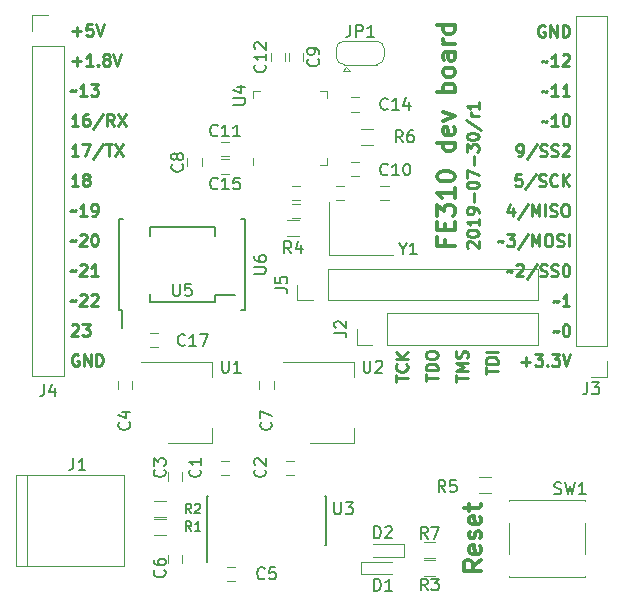
<source format=gbr>
G04 #@! TF.GenerationSoftware,KiCad,Pcbnew,5.1.2-f72e74a~84~ubuntu18.04.1*
G04 #@! TF.CreationDate,2019-07-30T17:12:06-04:00*
G04 #@! TF.ProjectId,fe310-dev,66653331-302d-4646-9576-2e6b69636164,rev?*
G04 #@! TF.SameCoordinates,Original*
G04 #@! TF.FileFunction,Legend,Top*
G04 #@! TF.FilePolarity,Positive*
%FSLAX46Y46*%
G04 Gerber Fmt 4.6, Leading zero omitted, Abs format (unit mm)*
G04 Created by KiCad (PCBNEW 5.1.2-f72e74a~84~ubuntu18.04.1) date 2019-07-30 17:12:06*
%MOMM*%
%LPD*%
G04 APERTURE LIST*
%ADD10C,0.250000*%
%ADD11C,0.300000*%
%ADD12C,0.150000*%
%ADD13C,0.120000*%
G04 APERTURE END LIST*
D10*
X57547619Y-35397023D02*
X57500000Y-35349404D01*
X57452380Y-35254166D01*
X57452380Y-35016071D01*
X57500000Y-34920833D01*
X57547619Y-34873214D01*
X57642857Y-34825595D01*
X57738095Y-34825595D01*
X57880952Y-34873214D01*
X58452380Y-35444642D01*
X58452380Y-34825595D01*
X57452380Y-34206547D02*
X57452380Y-34111309D01*
X57500000Y-34016071D01*
X57547619Y-33968452D01*
X57642857Y-33920833D01*
X57833333Y-33873214D01*
X58071428Y-33873214D01*
X58261904Y-33920833D01*
X58357142Y-33968452D01*
X58404761Y-34016071D01*
X58452380Y-34111309D01*
X58452380Y-34206547D01*
X58404761Y-34301785D01*
X58357142Y-34349404D01*
X58261904Y-34397023D01*
X58071428Y-34444642D01*
X57833333Y-34444642D01*
X57642857Y-34397023D01*
X57547619Y-34349404D01*
X57500000Y-34301785D01*
X57452380Y-34206547D01*
X58452380Y-32920833D02*
X58452380Y-33492261D01*
X58452380Y-33206547D02*
X57452380Y-33206547D01*
X57595238Y-33301785D01*
X57690476Y-33397023D01*
X57738095Y-33492261D01*
X58452380Y-32444642D02*
X58452380Y-32254166D01*
X58404761Y-32158928D01*
X58357142Y-32111309D01*
X58214285Y-32016071D01*
X58023809Y-31968452D01*
X57642857Y-31968452D01*
X57547619Y-32016071D01*
X57500000Y-32063690D01*
X57452380Y-32158928D01*
X57452380Y-32349404D01*
X57500000Y-32444642D01*
X57547619Y-32492261D01*
X57642857Y-32539880D01*
X57880952Y-32539880D01*
X57976190Y-32492261D01*
X58023809Y-32444642D01*
X58071428Y-32349404D01*
X58071428Y-32158928D01*
X58023809Y-32063690D01*
X57976190Y-32016071D01*
X57880952Y-31968452D01*
X58071428Y-31539880D02*
X58071428Y-30777976D01*
X57452380Y-30111309D02*
X57452380Y-30016071D01*
X57500000Y-29920833D01*
X57547619Y-29873214D01*
X57642857Y-29825595D01*
X57833333Y-29777976D01*
X58071428Y-29777976D01*
X58261904Y-29825595D01*
X58357142Y-29873214D01*
X58404761Y-29920833D01*
X58452380Y-30016071D01*
X58452380Y-30111309D01*
X58404761Y-30206547D01*
X58357142Y-30254166D01*
X58261904Y-30301785D01*
X58071428Y-30349404D01*
X57833333Y-30349404D01*
X57642857Y-30301785D01*
X57547619Y-30254166D01*
X57500000Y-30206547D01*
X57452380Y-30111309D01*
X57452380Y-29444642D02*
X57452380Y-28777976D01*
X58452380Y-29206547D01*
X58071428Y-28397023D02*
X58071428Y-27635119D01*
X57452380Y-27254166D02*
X57452380Y-26635119D01*
X57833333Y-26968452D01*
X57833333Y-26825595D01*
X57880952Y-26730357D01*
X57928571Y-26682738D01*
X58023809Y-26635119D01*
X58261904Y-26635119D01*
X58357142Y-26682738D01*
X58404761Y-26730357D01*
X58452380Y-26825595D01*
X58452380Y-27111309D01*
X58404761Y-27206547D01*
X58357142Y-27254166D01*
X57452380Y-26016071D02*
X57452380Y-25920833D01*
X57500000Y-25825595D01*
X57547619Y-25777976D01*
X57642857Y-25730357D01*
X57833333Y-25682738D01*
X58071428Y-25682738D01*
X58261904Y-25730357D01*
X58357142Y-25777976D01*
X58404761Y-25825595D01*
X58452380Y-25920833D01*
X58452380Y-26016071D01*
X58404761Y-26111309D01*
X58357142Y-26158928D01*
X58261904Y-26206547D01*
X58071428Y-26254166D01*
X57833333Y-26254166D01*
X57642857Y-26206547D01*
X57547619Y-26158928D01*
X57500000Y-26111309D01*
X57452380Y-26016071D01*
X57404761Y-24539880D02*
X58690476Y-25397023D01*
X58452380Y-24206547D02*
X57785714Y-24206547D01*
X57976190Y-24206547D02*
X57880952Y-24158928D01*
X57833333Y-24111309D01*
X57785714Y-24016071D01*
X57785714Y-23920833D01*
X58452380Y-23063690D02*
X58452380Y-23635119D01*
X58452380Y-23349404D02*
X57452380Y-23349404D01*
X57595238Y-23444642D01*
X57690476Y-23539880D01*
X57738095Y-23635119D01*
D11*
X55642857Y-34697857D02*
X55642857Y-35197857D01*
X56428571Y-35197857D02*
X54928571Y-35197857D01*
X54928571Y-34483571D01*
X55642857Y-33912142D02*
X55642857Y-33412142D01*
X56428571Y-33197857D02*
X56428571Y-33912142D01*
X54928571Y-33912142D01*
X54928571Y-33197857D01*
X54928571Y-32697857D02*
X54928571Y-31769285D01*
X55500000Y-32269285D01*
X55500000Y-32055000D01*
X55571428Y-31912142D01*
X55642857Y-31840714D01*
X55785714Y-31769285D01*
X56142857Y-31769285D01*
X56285714Y-31840714D01*
X56357142Y-31912142D01*
X56428571Y-32055000D01*
X56428571Y-32483571D01*
X56357142Y-32626428D01*
X56285714Y-32697857D01*
X56428571Y-30340714D02*
X56428571Y-31197857D01*
X56428571Y-30769285D02*
X54928571Y-30769285D01*
X55142857Y-30912142D01*
X55285714Y-31055000D01*
X55357142Y-31197857D01*
X54928571Y-29412142D02*
X54928571Y-29269285D01*
X55000000Y-29126428D01*
X55071428Y-29055000D01*
X55214285Y-28983571D01*
X55500000Y-28912142D01*
X55857142Y-28912142D01*
X56142857Y-28983571D01*
X56285714Y-29055000D01*
X56357142Y-29126428D01*
X56428571Y-29269285D01*
X56428571Y-29412142D01*
X56357142Y-29555000D01*
X56285714Y-29626428D01*
X56142857Y-29697857D01*
X55857142Y-29769285D01*
X55500000Y-29769285D01*
X55214285Y-29697857D01*
X55071428Y-29626428D01*
X55000000Y-29555000D01*
X54928571Y-29412142D01*
X56428571Y-26483571D02*
X54928571Y-26483571D01*
X56357142Y-26483571D02*
X56428571Y-26626428D01*
X56428571Y-26912142D01*
X56357142Y-27055000D01*
X56285714Y-27126428D01*
X56142857Y-27197857D01*
X55714285Y-27197857D01*
X55571428Y-27126428D01*
X55500000Y-27055000D01*
X55428571Y-26912142D01*
X55428571Y-26626428D01*
X55500000Y-26483571D01*
X56357142Y-25197857D02*
X56428571Y-25340714D01*
X56428571Y-25626428D01*
X56357142Y-25769285D01*
X56214285Y-25840714D01*
X55642857Y-25840714D01*
X55500000Y-25769285D01*
X55428571Y-25626428D01*
X55428571Y-25340714D01*
X55500000Y-25197857D01*
X55642857Y-25126428D01*
X55785714Y-25126428D01*
X55928571Y-25840714D01*
X55428571Y-24626428D02*
X56428571Y-24269285D01*
X55428571Y-23912142D01*
X56428571Y-22197857D02*
X54928571Y-22197857D01*
X55500000Y-22197857D02*
X55428571Y-22055000D01*
X55428571Y-21769285D01*
X55500000Y-21626428D01*
X55571428Y-21555000D01*
X55714285Y-21483571D01*
X56142857Y-21483571D01*
X56285714Y-21555000D01*
X56357142Y-21626428D01*
X56428571Y-21769285D01*
X56428571Y-22055000D01*
X56357142Y-22197857D01*
X56428571Y-20626428D02*
X56357142Y-20769285D01*
X56285714Y-20840714D01*
X56142857Y-20912142D01*
X55714285Y-20912142D01*
X55571428Y-20840714D01*
X55500000Y-20769285D01*
X55428571Y-20626428D01*
X55428571Y-20412142D01*
X55500000Y-20269285D01*
X55571428Y-20197857D01*
X55714285Y-20126428D01*
X56142857Y-20126428D01*
X56285714Y-20197857D01*
X56357142Y-20269285D01*
X56428571Y-20412142D01*
X56428571Y-20626428D01*
X56428571Y-18840714D02*
X55642857Y-18840714D01*
X55500000Y-18912142D01*
X55428571Y-19055000D01*
X55428571Y-19340714D01*
X55500000Y-19483571D01*
X56357142Y-18840714D02*
X56428571Y-18983571D01*
X56428571Y-19340714D01*
X56357142Y-19483571D01*
X56214285Y-19555000D01*
X56071428Y-19555000D01*
X55928571Y-19483571D01*
X55857142Y-19340714D01*
X55857142Y-18983571D01*
X55785714Y-18840714D01*
X56428571Y-18126428D02*
X55428571Y-18126428D01*
X55714285Y-18126428D02*
X55571428Y-18055000D01*
X55500000Y-17983571D01*
X55428571Y-17840714D01*
X55428571Y-17697857D01*
X56428571Y-16555000D02*
X54928571Y-16555000D01*
X56357142Y-16555000D02*
X56428571Y-16697857D01*
X56428571Y-16983571D01*
X56357142Y-17126428D01*
X56285714Y-17197857D01*
X56142857Y-17269285D01*
X55714285Y-17269285D01*
X55571428Y-17197857D01*
X55500000Y-17126428D01*
X55428571Y-16983571D01*
X55428571Y-16697857D01*
X55500000Y-16555000D01*
D10*
X59062380Y-46095357D02*
X59062380Y-45523928D01*
X60062380Y-45809642D02*
X59062380Y-45809642D01*
X60062380Y-45190595D02*
X59062380Y-45190595D01*
X59062380Y-44952500D01*
X59110000Y-44809642D01*
X59205238Y-44714404D01*
X59300476Y-44666785D01*
X59490952Y-44619166D01*
X59633809Y-44619166D01*
X59824285Y-44666785D01*
X59919523Y-44714404D01*
X60014761Y-44809642D01*
X60062380Y-44952500D01*
X60062380Y-45190595D01*
X60062380Y-44190595D02*
X59062380Y-44190595D01*
X56522380Y-46714404D02*
X56522380Y-46142976D01*
X57522380Y-46428690D02*
X56522380Y-46428690D01*
X57522380Y-45809642D02*
X56522380Y-45809642D01*
X57236666Y-45476309D01*
X56522380Y-45142976D01*
X57522380Y-45142976D01*
X57474761Y-44714404D02*
X57522380Y-44571547D01*
X57522380Y-44333452D01*
X57474761Y-44238214D01*
X57427142Y-44190595D01*
X57331904Y-44142976D01*
X57236666Y-44142976D01*
X57141428Y-44190595D01*
X57093809Y-44238214D01*
X57046190Y-44333452D01*
X56998571Y-44523928D01*
X56950952Y-44619166D01*
X56903333Y-44666785D01*
X56808095Y-44714404D01*
X56712857Y-44714404D01*
X56617619Y-44666785D01*
X56570000Y-44619166D01*
X56522380Y-44523928D01*
X56522380Y-44285833D01*
X56570000Y-44142976D01*
X53982380Y-46666785D02*
X53982380Y-46095357D01*
X54982380Y-46381071D02*
X53982380Y-46381071D01*
X54982380Y-45762023D02*
X53982380Y-45762023D01*
X53982380Y-45523928D01*
X54030000Y-45381071D01*
X54125238Y-45285833D01*
X54220476Y-45238214D01*
X54410952Y-45190595D01*
X54553809Y-45190595D01*
X54744285Y-45238214D01*
X54839523Y-45285833D01*
X54934761Y-45381071D01*
X54982380Y-45523928D01*
X54982380Y-45762023D01*
X53982380Y-44571547D02*
X53982380Y-44381071D01*
X54030000Y-44285833D01*
X54125238Y-44190595D01*
X54315714Y-44142976D01*
X54649047Y-44142976D01*
X54839523Y-44190595D01*
X54934761Y-44285833D01*
X54982380Y-44381071D01*
X54982380Y-44571547D01*
X54934761Y-44666785D01*
X54839523Y-44762023D01*
X54649047Y-44809642D01*
X54315714Y-44809642D01*
X54125238Y-44762023D01*
X54030000Y-44666785D01*
X53982380Y-44571547D01*
X51442380Y-46729166D02*
X51442380Y-46157738D01*
X52442380Y-46443452D02*
X51442380Y-46443452D01*
X52347142Y-45252976D02*
X52394761Y-45300595D01*
X52442380Y-45443452D01*
X52442380Y-45538690D01*
X52394761Y-45681547D01*
X52299523Y-45776785D01*
X52204285Y-45824404D01*
X52013809Y-45872023D01*
X51870952Y-45872023D01*
X51680476Y-45824404D01*
X51585238Y-45776785D01*
X51490000Y-45681547D01*
X51442380Y-45538690D01*
X51442380Y-45443452D01*
X51490000Y-45300595D01*
X51537619Y-45252976D01*
X52442380Y-44824404D02*
X51442380Y-44824404D01*
X52442380Y-44252976D02*
X51870952Y-44681547D01*
X51442380Y-44252976D02*
X52013809Y-44824404D01*
X62085404Y-45029428D02*
X62847309Y-45029428D01*
X62466357Y-45410380D02*
X62466357Y-44648476D01*
X63228261Y-44410380D02*
X63847309Y-44410380D01*
X63513976Y-44791333D01*
X63656833Y-44791333D01*
X63752071Y-44838952D01*
X63799690Y-44886571D01*
X63847309Y-44981809D01*
X63847309Y-45219904D01*
X63799690Y-45315142D01*
X63752071Y-45362761D01*
X63656833Y-45410380D01*
X63371119Y-45410380D01*
X63275880Y-45362761D01*
X63228261Y-45315142D01*
X64275880Y-45315142D02*
X64323500Y-45362761D01*
X64275880Y-45410380D01*
X64228261Y-45362761D01*
X64275880Y-45315142D01*
X64275880Y-45410380D01*
X64656833Y-44410380D02*
X65275880Y-44410380D01*
X64942547Y-44791333D01*
X65085404Y-44791333D01*
X65180642Y-44838952D01*
X65228261Y-44886571D01*
X65275880Y-44981809D01*
X65275880Y-45219904D01*
X65228261Y-45315142D01*
X65180642Y-45362761D01*
X65085404Y-45410380D01*
X64799690Y-45410380D01*
X64704452Y-45362761D01*
X64656833Y-45315142D01*
X65561595Y-44410380D02*
X65894928Y-45410380D01*
X66228261Y-44410380D01*
X24564404Y-27612380D02*
X23992976Y-27612380D01*
X24278690Y-27612380D02*
X24278690Y-26612380D01*
X24183452Y-26755238D01*
X24088214Y-26850476D01*
X23992976Y-26898095D01*
X24897738Y-26612380D02*
X25564404Y-26612380D01*
X25135833Y-27612380D01*
X26659642Y-26564761D02*
X25802500Y-27850476D01*
X26850119Y-26612380D02*
X27421547Y-26612380D01*
X27135833Y-27612380D02*
X27135833Y-26612380D01*
X27659642Y-26612380D02*
X28326309Y-27612380D01*
X28326309Y-26612380D02*
X27659642Y-27612380D01*
X24564404Y-25072380D02*
X23992976Y-25072380D01*
X24278690Y-25072380D02*
X24278690Y-24072380D01*
X24183452Y-24215238D01*
X24088214Y-24310476D01*
X23992976Y-24358095D01*
X25421547Y-24072380D02*
X25231071Y-24072380D01*
X25135833Y-24120000D01*
X25088214Y-24167619D01*
X24992976Y-24310476D01*
X24945357Y-24500952D01*
X24945357Y-24881904D01*
X24992976Y-24977142D01*
X25040595Y-25024761D01*
X25135833Y-25072380D01*
X25326309Y-25072380D01*
X25421547Y-25024761D01*
X25469166Y-24977142D01*
X25516785Y-24881904D01*
X25516785Y-24643809D01*
X25469166Y-24548571D01*
X25421547Y-24500952D01*
X25326309Y-24453333D01*
X25135833Y-24453333D01*
X25040595Y-24500952D01*
X24992976Y-24548571D01*
X24945357Y-24643809D01*
X26659642Y-24024761D02*
X25802500Y-25310476D01*
X27564404Y-25072380D02*
X27231071Y-24596190D01*
X26992976Y-25072380D02*
X26992976Y-24072380D01*
X27373928Y-24072380D01*
X27469166Y-24120000D01*
X27516785Y-24167619D01*
X27564404Y-24262857D01*
X27564404Y-24405714D01*
X27516785Y-24500952D01*
X27469166Y-24548571D01*
X27373928Y-24596190D01*
X26992976Y-24596190D01*
X27897738Y-24072380D02*
X28564404Y-25072380D01*
X28564404Y-24072380D02*
X27897738Y-25072380D01*
X24564404Y-44440000D02*
X24469166Y-44392380D01*
X24326309Y-44392380D01*
X24183452Y-44440000D01*
X24088214Y-44535238D01*
X24040595Y-44630476D01*
X23992976Y-44820952D01*
X23992976Y-44963809D01*
X24040595Y-45154285D01*
X24088214Y-45249523D01*
X24183452Y-45344761D01*
X24326309Y-45392380D01*
X24421547Y-45392380D01*
X24564404Y-45344761D01*
X24612023Y-45297142D01*
X24612023Y-44963809D01*
X24421547Y-44963809D01*
X25040595Y-45392380D02*
X25040595Y-44392380D01*
X25612023Y-45392380D01*
X25612023Y-44392380D01*
X26088214Y-45392380D02*
X26088214Y-44392380D01*
X26326309Y-44392380D01*
X26469166Y-44440000D01*
X26564404Y-44535238D01*
X26612023Y-44630476D01*
X26659642Y-44820952D01*
X26659642Y-44963809D01*
X26612023Y-45154285D01*
X26564404Y-45249523D01*
X26469166Y-45344761D01*
X26326309Y-45392380D01*
X26088214Y-45392380D01*
X23992976Y-41947619D02*
X24040595Y-41900000D01*
X24135833Y-41852380D01*
X24373928Y-41852380D01*
X24469166Y-41900000D01*
X24516785Y-41947619D01*
X24564404Y-42042857D01*
X24564404Y-42138095D01*
X24516785Y-42280952D01*
X23945357Y-42852380D01*
X24564404Y-42852380D01*
X24897738Y-41852380D02*
X25516785Y-41852380D01*
X25183452Y-42233333D01*
X25326309Y-42233333D01*
X25421547Y-42280952D01*
X25469166Y-42328571D01*
X25516785Y-42423809D01*
X25516785Y-42661904D01*
X25469166Y-42757142D01*
X25421547Y-42804761D01*
X25326309Y-42852380D01*
X25040595Y-42852380D01*
X24945357Y-42804761D01*
X24897738Y-42757142D01*
X23897738Y-39931428D02*
X23945357Y-39883809D01*
X24040595Y-39836190D01*
X24231071Y-39931428D01*
X24326309Y-39883809D01*
X24373928Y-39836190D01*
X24707261Y-39407619D02*
X24754880Y-39360000D01*
X24850119Y-39312380D01*
X25088214Y-39312380D01*
X25183452Y-39360000D01*
X25231071Y-39407619D01*
X25278690Y-39502857D01*
X25278690Y-39598095D01*
X25231071Y-39740952D01*
X24659642Y-40312380D01*
X25278690Y-40312380D01*
X25659642Y-39407619D02*
X25707261Y-39360000D01*
X25802500Y-39312380D01*
X26040595Y-39312380D01*
X26135833Y-39360000D01*
X26183452Y-39407619D01*
X26231071Y-39502857D01*
X26231071Y-39598095D01*
X26183452Y-39740952D01*
X25612023Y-40312380D01*
X26231071Y-40312380D01*
X23897738Y-37391428D02*
X23945357Y-37343809D01*
X24040595Y-37296190D01*
X24231071Y-37391428D01*
X24326309Y-37343809D01*
X24373928Y-37296190D01*
X24707261Y-36867619D02*
X24754880Y-36820000D01*
X24850119Y-36772380D01*
X25088214Y-36772380D01*
X25183452Y-36820000D01*
X25231071Y-36867619D01*
X25278690Y-36962857D01*
X25278690Y-37058095D01*
X25231071Y-37200952D01*
X24659642Y-37772380D01*
X25278690Y-37772380D01*
X26231071Y-37772380D02*
X25659642Y-37772380D01*
X25945357Y-37772380D02*
X25945357Y-36772380D01*
X25850119Y-36915238D01*
X25754880Y-37010476D01*
X25659642Y-37058095D01*
X23897738Y-34851428D02*
X23945357Y-34803809D01*
X24040595Y-34756190D01*
X24231071Y-34851428D01*
X24326309Y-34803809D01*
X24373928Y-34756190D01*
X24707261Y-34327619D02*
X24754880Y-34280000D01*
X24850119Y-34232380D01*
X25088214Y-34232380D01*
X25183452Y-34280000D01*
X25231071Y-34327619D01*
X25278690Y-34422857D01*
X25278690Y-34518095D01*
X25231071Y-34660952D01*
X24659642Y-35232380D01*
X25278690Y-35232380D01*
X25897738Y-34232380D02*
X25992976Y-34232380D01*
X26088214Y-34280000D01*
X26135833Y-34327619D01*
X26183452Y-34422857D01*
X26231071Y-34613333D01*
X26231071Y-34851428D01*
X26183452Y-35041904D01*
X26135833Y-35137142D01*
X26088214Y-35184761D01*
X25992976Y-35232380D01*
X25897738Y-35232380D01*
X25802500Y-35184761D01*
X25754880Y-35137142D01*
X25707261Y-35041904D01*
X25659642Y-34851428D01*
X25659642Y-34613333D01*
X25707261Y-34422857D01*
X25754880Y-34327619D01*
X25802500Y-34280000D01*
X25897738Y-34232380D01*
X23897738Y-32311428D02*
X23945357Y-32263809D01*
X24040595Y-32216190D01*
X24231071Y-32311428D01*
X24326309Y-32263809D01*
X24373928Y-32216190D01*
X25278690Y-32692380D02*
X24707261Y-32692380D01*
X24992976Y-32692380D02*
X24992976Y-31692380D01*
X24897738Y-31835238D01*
X24802500Y-31930476D01*
X24707261Y-31978095D01*
X25754880Y-32692380D02*
X25945357Y-32692380D01*
X26040595Y-32644761D01*
X26088214Y-32597142D01*
X26183452Y-32454285D01*
X26231071Y-32263809D01*
X26231071Y-31882857D01*
X26183452Y-31787619D01*
X26135833Y-31740000D01*
X26040595Y-31692380D01*
X25850119Y-31692380D01*
X25754880Y-31740000D01*
X25707261Y-31787619D01*
X25659642Y-31882857D01*
X25659642Y-32120952D01*
X25707261Y-32216190D01*
X25754880Y-32263809D01*
X25850119Y-32311428D01*
X26040595Y-32311428D01*
X26135833Y-32263809D01*
X26183452Y-32216190D01*
X26231071Y-32120952D01*
X24564404Y-30152380D02*
X23992976Y-30152380D01*
X24278690Y-30152380D02*
X24278690Y-29152380D01*
X24183452Y-29295238D01*
X24088214Y-29390476D01*
X23992976Y-29438095D01*
X25135833Y-29580952D02*
X25040595Y-29533333D01*
X24992976Y-29485714D01*
X24945357Y-29390476D01*
X24945357Y-29342857D01*
X24992976Y-29247619D01*
X25040595Y-29200000D01*
X25135833Y-29152380D01*
X25326309Y-29152380D01*
X25421547Y-29200000D01*
X25469166Y-29247619D01*
X25516785Y-29342857D01*
X25516785Y-29390476D01*
X25469166Y-29485714D01*
X25421547Y-29533333D01*
X25326309Y-29580952D01*
X25135833Y-29580952D01*
X25040595Y-29628571D01*
X24992976Y-29676190D01*
X24945357Y-29771428D01*
X24945357Y-29961904D01*
X24992976Y-30057142D01*
X25040595Y-30104761D01*
X25135833Y-30152380D01*
X25326309Y-30152380D01*
X25421547Y-30104761D01*
X25469166Y-30057142D01*
X25516785Y-29961904D01*
X25516785Y-29771428D01*
X25469166Y-29676190D01*
X25421547Y-29628571D01*
X25326309Y-29580952D01*
X23897738Y-22151428D02*
X23945357Y-22103809D01*
X24040595Y-22056190D01*
X24231071Y-22151428D01*
X24326309Y-22103809D01*
X24373928Y-22056190D01*
X25278690Y-22532380D02*
X24707261Y-22532380D01*
X24992976Y-22532380D02*
X24992976Y-21532380D01*
X24897738Y-21675238D01*
X24802500Y-21770476D01*
X24707261Y-21818095D01*
X25612023Y-21532380D02*
X26231071Y-21532380D01*
X25897738Y-21913333D01*
X26040595Y-21913333D01*
X26135833Y-21960952D01*
X26183452Y-22008571D01*
X26231071Y-22103809D01*
X26231071Y-22341904D01*
X26183452Y-22437142D01*
X26135833Y-22484761D01*
X26040595Y-22532380D01*
X25754880Y-22532380D01*
X25659642Y-22484761D01*
X25612023Y-22437142D01*
X24040595Y-19611428D02*
X24802500Y-19611428D01*
X24421547Y-19992380D02*
X24421547Y-19230476D01*
X25802500Y-19992380D02*
X25231071Y-19992380D01*
X25516785Y-19992380D02*
X25516785Y-18992380D01*
X25421547Y-19135238D01*
X25326309Y-19230476D01*
X25231071Y-19278095D01*
X26231071Y-19897142D02*
X26278690Y-19944761D01*
X26231071Y-19992380D01*
X26183452Y-19944761D01*
X26231071Y-19897142D01*
X26231071Y-19992380D01*
X26850119Y-19420952D02*
X26754880Y-19373333D01*
X26707261Y-19325714D01*
X26659642Y-19230476D01*
X26659642Y-19182857D01*
X26707261Y-19087619D01*
X26754880Y-19040000D01*
X26850119Y-18992380D01*
X27040595Y-18992380D01*
X27135833Y-19040000D01*
X27183452Y-19087619D01*
X27231071Y-19182857D01*
X27231071Y-19230476D01*
X27183452Y-19325714D01*
X27135833Y-19373333D01*
X27040595Y-19420952D01*
X26850119Y-19420952D01*
X26754880Y-19468571D01*
X26707261Y-19516190D01*
X26659642Y-19611428D01*
X26659642Y-19801904D01*
X26707261Y-19897142D01*
X26754880Y-19944761D01*
X26850119Y-19992380D01*
X27040595Y-19992380D01*
X27135833Y-19944761D01*
X27183452Y-19897142D01*
X27231071Y-19801904D01*
X27231071Y-19611428D01*
X27183452Y-19516190D01*
X27135833Y-19468571D01*
X27040595Y-19420952D01*
X27516785Y-18992380D02*
X27850119Y-19992380D01*
X28183452Y-18992380D01*
X24040595Y-17071428D02*
X24802500Y-17071428D01*
X24421547Y-17452380D02*
X24421547Y-16690476D01*
X25754880Y-16452380D02*
X25278690Y-16452380D01*
X25231071Y-16928571D01*
X25278690Y-16880952D01*
X25373928Y-16833333D01*
X25612023Y-16833333D01*
X25707261Y-16880952D01*
X25754880Y-16928571D01*
X25802500Y-17023809D01*
X25802500Y-17261904D01*
X25754880Y-17357142D01*
X25707261Y-17404761D01*
X25612023Y-17452380D01*
X25373928Y-17452380D01*
X25278690Y-17404761D01*
X25231071Y-17357142D01*
X26088214Y-16452380D02*
X26421547Y-17452380D01*
X26754880Y-16452380D01*
X64752071Y-42489428D02*
X64799690Y-42441809D01*
X64894928Y-42394190D01*
X65085404Y-42489428D01*
X65180642Y-42441809D01*
X65228261Y-42394190D01*
X65799690Y-41870380D02*
X65894928Y-41870380D01*
X65990166Y-41918000D01*
X66037785Y-41965619D01*
X66085404Y-42060857D01*
X66133023Y-42251333D01*
X66133023Y-42489428D01*
X66085404Y-42679904D01*
X66037785Y-42775142D01*
X65990166Y-42822761D01*
X65894928Y-42870380D01*
X65799690Y-42870380D01*
X65704452Y-42822761D01*
X65656833Y-42775142D01*
X65609214Y-42679904D01*
X65561595Y-42489428D01*
X65561595Y-42251333D01*
X65609214Y-42060857D01*
X65656833Y-41965619D01*
X65704452Y-41918000D01*
X65799690Y-41870380D01*
X64752071Y-39949428D02*
X64799690Y-39901809D01*
X64894928Y-39854190D01*
X65085404Y-39949428D01*
X65180642Y-39901809D01*
X65228261Y-39854190D01*
X66133023Y-40330380D02*
X65561595Y-40330380D01*
X65847309Y-40330380D02*
X65847309Y-39330380D01*
X65752071Y-39473238D01*
X65656833Y-39568476D01*
X65561595Y-39616095D01*
X60847309Y-37409428D02*
X60894928Y-37361809D01*
X60990166Y-37314190D01*
X61180642Y-37409428D01*
X61275880Y-37361809D01*
X61323500Y-37314190D01*
X61656833Y-36885619D02*
X61704452Y-36838000D01*
X61799690Y-36790380D01*
X62037785Y-36790380D01*
X62133023Y-36838000D01*
X62180642Y-36885619D01*
X62228261Y-36980857D01*
X62228261Y-37076095D01*
X62180642Y-37218952D01*
X61609214Y-37790380D01*
X62228261Y-37790380D01*
X63371119Y-36742761D02*
X62513976Y-38028476D01*
X63656833Y-37742761D02*
X63799690Y-37790380D01*
X64037785Y-37790380D01*
X64133023Y-37742761D01*
X64180642Y-37695142D01*
X64228261Y-37599904D01*
X64228261Y-37504666D01*
X64180642Y-37409428D01*
X64133023Y-37361809D01*
X64037785Y-37314190D01*
X63847309Y-37266571D01*
X63752071Y-37218952D01*
X63704452Y-37171333D01*
X63656833Y-37076095D01*
X63656833Y-36980857D01*
X63704452Y-36885619D01*
X63752071Y-36838000D01*
X63847309Y-36790380D01*
X64085404Y-36790380D01*
X64228261Y-36838000D01*
X64609214Y-37742761D02*
X64752071Y-37790380D01*
X64990166Y-37790380D01*
X65085404Y-37742761D01*
X65133023Y-37695142D01*
X65180642Y-37599904D01*
X65180642Y-37504666D01*
X65133023Y-37409428D01*
X65085404Y-37361809D01*
X64990166Y-37314190D01*
X64799690Y-37266571D01*
X64704452Y-37218952D01*
X64656833Y-37171333D01*
X64609214Y-37076095D01*
X64609214Y-36980857D01*
X64656833Y-36885619D01*
X64704452Y-36838000D01*
X64799690Y-36790380D01*
X65037785Y-36790380D01*
X65180642Y-36838000D01*
X65799690Y-36790380D02*
X65894928Y-36790380D01*
X65990166Y-36838000D01*
X66037785Y-36885619D01*
X66085404Y-36980857D01*
X66133023Y-37171333D01*
X66133023Y-37409428D01*
X66085404Y-37599904D01*
X66037785Y-37695142D01*
X65990166Y-37742761D01*
X65894928Y-37790380D01*
X65799690Y-37790380D01*
X65704452Y-37742761D01*
X65656833Y-37695142D01*
X65609214Y-37599904D01*
X65561595Y-37409428D01*
X65561595Y-37171333D01*
X65609214Y-36980857D01*
X65656833Y-36885619D01*
X65704452Y-36838000D01*
X65799690Y-36790380D01*
X60085404Y-34869428D02*
X60133023Y-34821809D01*
X60228261Y-34774190D01*
X60418738Y-34869428D01*
X60513976Y-34821809D01*
X60561595Y-34774190D01*
X60847309Y-34250380D02*
X61466357Y-34250380D01*
X61133023Y-34631333D01*
X61275880Y-34631333D01*
X61371119Y-34678952D01*
X61418738Y-34726571D01*
X61466357Y-34821809D01*
X61466357Y-35059904D01*
X61418738Y-35155142D01*
X61371119Y-35202761D01*
X61275880Y-35250380D01*
X60990166Y-35250380D01*
X60894928Y-35202761D01*
X60847309Y-35155142D01*
X62609214Y-34202761D02*
X61752071Y-35488476D01*
X62942547Y-35250380D02*
X62942547Y-34250380D01*
X63275880Y-34964666D01*
X63609214Y-34250380D01*
X63609214Y-35250380D01*
X64275880Y-34250380D02*
X64466357Y-34250380D01*
X64561595Y-34298000D01*
X64656833Y-34393238D01*
X64704452Y-34583714D01*
X64704452Y-34917047D01*
X64656833Y-35107523D01*
X64561595Y-35202761D01*
X64466357Y-35250380D01*
X64275880Y-35250380D01*
X64180642Y-35202761D01*
X64085404Y-35107523D01*
X64037785Y-34917047D01*
X64037785Y-34583714D01*
X64085404Y-34393238D01*
X64180642Y-34298000D01*
X64275880Y-34250380D01*
X65085404Y-35202761D02*
X65228261Y-35250380D01*
X65466357Y-35250380D01*
X65561595Y-35202761D01*
X65609214Y-35155142D01*
X65656833Y-35059904D01*
X65656833Y-34964666D01*
X65609214Y-34869428D01*
X65561595Y-34821809D01*
X65466357Y-34774190D01*
X65275880Y-34726571D01*
X65180642Y-34678952D01*
X65133023Y-34631333D01*
X65085404Y-34536095D01*
X65085404Y-34440857D01*
X65133023Y-34345619D01*
X65180642Y-34298000D01*
X65275880Y-34250380D01*
X65513976Y-34250380D01*
X65656833Y-34298000D01*
X66085404Y-35250380D02*
X66085404Y-34250380D01*
X61371119Y-32043714D02*
X61371119Y-32710380D01*
X61133023Y-31662761D02*
X60894928Y-32377047D01*
X61513976Y-32377047D01*
X62609214Y-31662761D02*
X61752071Y-32948476D01*
X62942547Y-32710380D02*
X62942547Y-31710380D01*
X63275880Y-32424666D01*
X63609214Y-31710380D01*
X63609214Y-32710380D01*
X64085404Y-32710380D02*
X64085404Y-31710380D01*
X64513976Y-32662761D02*
X64656833Y-32710380D01*
X64894928Y-32710380D01*
X64990166Y-32662761D01*
X65037785Y-32615142D01*
X65085404Y-32519904D01*
X65085404Y-32424666D01*
X65037785Y-32329428D01*
X64990166Y-32281809D01*
X64894928Y-32234190D01*
X64704452Y-32186571D01*
X64609214Y-32138952D01*
X64561595Y-32091333D01*
X64513976Y-31996095D01*
X64513976Y-31900857D01*
X64561595Y-31805619D01*
X64609214Y-31758000D01*
X64704452Y-31710380D01*
X64942547Y-31710380D01*
X65085404Y-31758000D01*
X65704452Y-31710380D02*
X65894928Y-31710380D01*
X65990166Y-31758000D01*
X66085404Y-31853238D01*
X66133023Y-32043714D01*
X66133023Y-32377047D01*
X66085404Y-32567523D01*
X65990166Y-32662761D01*
X65894928Y-32710380D01*
X65704452Y-32710380D01*
X65609214Y-32662761D01*
X65513976Y-32567523D01*
X65466357Y-32377047D01*
X65466357Y-32043714D01*
X65513976Y-31853238D01*
X65609214Y-31758000D01*
X65704452Y-31710380D01*
X62085404Y-29170380D02*
X61609214Y-29170380D01*
X61561595Y-29646571D01*
X61609214Y-29598952D01*
X61704452Y-29551333D01*
X61942547Y-29551333D01*
X62037785Y-29598952D01*
X62085404Y-29646571D01*
X62133023Y-29741809D01*
X62133023Y-29979904D01*
X62085404Y-30075142D01*
X62037785Y-30122761D01*
X61942547Y-30170380D01*
X61704452Y-30170380D01*
X61609214Y-30122761D01*
X61561595Y-30075142D01*
X63275880Y-29122761D02*
X62418738Y-30408476D01*
X63561595Y-30122761D02*
X63704452Y-30170380D01*
X63942547Y-30170380D01*
X64037785Y-30122761D01*
X64085404Y-30075142D01*
X64133023Y-29979904D01*
X64133023Y-29884666D01*
X64085404Y-29789428D01*
X64037785Y-29741809D01*
X63942547Y-29694190D01*
X63752071Y-29646571D01*
X63656833Y-29598952D01*
X63609214Y-29551333D01*
X63561595Y-29456095D01*
X63561595Y-29360857D01*
X63609214Y-29265619D01*
X63656833Y-29218000D01*
X63752071Y-29170380D01*
X63990166Y-29170380D01*
X64133023Y-29218000D01*
X65133023Y-30075142D02*
X65085404Y-30122761D01*
X64942547Y-30170380D01*
X64847309Y-30170380D01*
X64704452Y-30122761D01*
X64609214Y-30027523D01*
X64561595Y-29932285D01*
X64513976Y-29741809D01*
X64513976Y-29598952D01*
X64561595Y-29408476D01*
X64609214Y-29313238D01*
X64704452Y-29218000D01*
X64847309Y-29170380D01*
X64942547Y-29170380D01*
X65085404Y-29218000D01*
X65133023Y-29265619D01*
X65561595Y-30170380D02*
X65561595Y-29170380D01*
X66133023Y-30170380D02*
X65704452Y-29598952D01*
X66133023Y-29170380D02*
X65561595Y-29741809D01*
X61752071Y-27630380D02*
X61942547Y-27630380D01*
X62037785Y-27582761D01*
X62085404Y-27535142D01*
X62180642Y-27392285D01*
X62228261Y-27201809D01*
X62228261Y-26820857D01*
X62180642Y-26725619D01*
X62133023Y-26678000D01*
X62037785Y-26630380D01*
X61847309Y-26630380D01*
X61752071Y-26678000D01*
X61704452Y-26725619D01*
X61656833Y-26820857D01*
X61656833Y-27058952D01*
X61704452Y-27154190D01*
X61752071Y-27201809D01*
X61847309Y-27249428D01*
X62037785Y-27249428D01*
X62133023Y-27201809D01*
X62180642Y-27154190D01*
X62228261Y-27058952D01*
X63371119Y-26582761D02*
X62513976Y-27868476D01*
X63656833Y-27582761D02*
X63799690Y-27630380D01*
X64037785Y-27630380D01*
X64133023Y-27582761D01*
X64180642Y-27535142D01*
X64228261Y-27439904D01*
X64228261Y-27344666D01*
X64180642Y-27249428D01*
X64133023Y-27201809D01*
X64037785Y-27154190D01*
X63847309Y-27106571D01*
X63752071Y-27058952D01*
X63704452Y-27011333D01*
X63656833Y-26916095D01*
X63656833Y-26820857D01*
X63704452Y-26725619D01*
X63752071Y-26678000D01*
X63847309Y-26630380D01*
X64085404Y-26630380D01*
X64228261Y-26678000D01*
X64609214Y-27582761D02*
X64752071Y-27630380D01*
X64990166Y-27630380D01*
X65085404Y-27582761D01*
X65133023Y-27535142D01*
X65180642Y-27439904D01*
X65180642Y-27344666D01*
X65133023Y-27249428D01*
X65085404Y-27201809D01*
X64990166Y-27154190D01*
X64799690Y-27106571D01*
X64704452Y-27058952D01*
X64656833Y-27011333D01*
X64609214Y-26916095D01*
X64609214Y-26820857D01*
X64656833Y-26725619D01*
X64704452Y-26678000D01*
X64799690Y-26630380D01*
X65037785Y-26630380D01*
X65180642Y-26678000D01*
X65561595Y-26725619D02*
X65609214Y-26678000D01*
X65704452Y-26630380D01*
X65942547Y-26630380D01*
X66037785Y-26678000D01*
X66085404Y-26725619D01*
X66133023Y-26820857D01*
X66133023Y-26916095D01*
X66085404Y-27058952D01*
X65513976Y-27630380D01*
X66133023Y-27630380D01*
X63799690Y-24709428D02*
X63847309Y-24661809D01*
X63942547Y-24614190D01*
X64133023Y-24709428D01*
X64228261Y-24661809D01*
X64275880Y-24614190D01*
X65180642Y-25090380D02*
X64609214Y-25090380D01*
X64894928Y-25090380D02*
X64894928Y-24090380D01*
X64799690Y-24233238D01*
X64704452Y-24328476D01*
X64609214Y-24376095D01*
X65799690Y-24090380D02*
X65894928Y-24090380D01*
X65990166Y-24138000D01*
X66037785Y-24185619D01*
X66085404Y-24280857D01*
X66133023Y-24471333D01*
X66133023Y-24709428D01*
X66085404Y-24899904D01*
X66037785Y-24995142D01*
X65990166Y-25042761D01*
X65894928Y-25090380D01*
X65799690Y-25090380D01*
X65704452Y-25042761D01*
X65656833Y-24995142D01*
X65609214Y-24899904D01*
X65561595Y-24709428D01*
X65561595Y-24471333D01*
X65609214Y-24280857D01*
X65656833Y-24185619D01*
X65704452Y-24138000D01*
X65799690Y-24090380D01*
X63799690Y-22169428D02*
X63847309Y-22121809D01*
X63942547Y-22074190D01*
X64133023Y-22169428D01*
X64228261Y-22121809D01*
X64275880Y-22074190D01*
X65180642Y-22550380D02*
X64609214Y-22550380D01*
X64894928Y-22550380D02*
X64894928Y-21550380D01*
X64799690Y-21693238D01*
X64704452Y-21788476D01*
X64609214Y-21836095D01*
X66133023Y-22550380D02*
X65561595Y-22550380D01*
X65847309Y-22550380D02*
X65847309Y-21550380D01*
X65752071Y-21693238D01*
X65656833Y-21788476D01*
X65561595Y-21836095D01*
X63799690Y-19629428D02*
X63847309Y-19581809D01*
X63942547Y-19534190D01*
X64133023Y-19629428D01*
X64228261Y-19581809D01*
X64275880Y-19534190D01*
X65180642Y-20010380D02*
X64609214Y-20010380D01*
X64894928Y-20010380D02*
X64894928Y-19010380D01*
X64799690Y-19153238D01*
X64704452Y-19248476D01*
X64609214Y-19296095D01*
X65561595Y-19105619D02*
X65609214Y-19058000D01*
X65704452Y-19010380D01*
X65942547Y-19010380D01*
X66037785Y-19058000D01*
X66085404Y-19105619D01*
X66133023Y-19200857D01*
X66133023Y-19296095D01*
X66085404Y-19438952D01*
X65513976Y-20010380D01*
X66133023Y-20010380D01*
X64037785Y-16575000D02*
X63942547Y-16527380D01*
X63799690Y-16527380D01*
X63656833Y-16575000D01*
X63561595Y-16670238D01*
X63513976Y-16765476D01*
X63466357Y-16955952D01*
X63466357Y-17098809D01*
X63513976Y-17289285D01*
X63561595Y-17384523D01*
X63656833Y-17479761D01*
X63799690Y-17527380D01*
X63894928Y-17527380D01*
X64037785Y-17479761D01*
X64085404Y-17432142D01*
X64085404Y-17098809D01*
X63894928Y-17098809D01*
X64513976Y-17527380D02*
X64513976Y-16527380D01*
X65085404Y-17527380D01*
X65085404Y-16527380D01*
X65561595Y-17527380D02*
X65561595Y-16527380D01*
X65799690Y-16527380D01*
X65942547Y-16575000D01*
X66037785Y-16670238D01*
X66085404Y-16765476D01*
X66133023Y-16955952D01*
X66133023Y-17098809D01*
X66085404Y-17289285D01*
X66037785Y-17384523D01*
X65942547Y-17479761D01*
X65799690Y-17527380D01*
X65561595Y-17527380D01*
D11*
X58678571Y-61857142D02*
X57964285Y-62357142D01*
X58678571Y-62714285D02*
X57178571Y-62714285D01*
X57178571Y-62142857D01*
X57250000Y-62000000D01*
X57321428Y-61928571D01*
X57464285Y-61857142D01*
X57678571Y-61857142D01*
X57821428Y-61928571D01*
X57892857Y-62000000D01*
X57964285Y-62142857D01*
X57964285Y-62714285D01*
X58607142Y-60642857D02*
X58678571Y-60785714D01*
X58678571Y-61071428D01*
X58607142Y-61214285D01*
X58464285Y-61285714D01*
X57892857Y-61285714D01*
X57750000Y-61214285D01*
X57678571Y-61071428D01*
X57678571Y-60785714D01*
X57750000Y-60642857D01*
X57892857Y-60571428D01*
X58035714Y-60571428D01*
X58178571Y-61285714D01*
X58607142Y-60000000D02*
X58678571Y-59857142D01*
X58678571Y-59571428D01*
X58607142Y-59428571D01*
X58464285Y-59357142D01*
X58392857Y-59357142D01*
X58250000Y-59428571D01*
X58178571Y-59571428D01*
X58178571Y-59785714D01*
X58107142Y-59928571D01*
X57964285Y-60000000D01*
X57892857Y-60000000D01*
X57750000Y-59928571D01*
X57678571Y-59785714D01*
X57678571Y-59571428D01*
X57750000Y-59428571D01*
X58607142Y-58142857D02*
X58678571Y-58285714D01*
X58678571Y-58571428D01*
X58607142Y-58714285D01*
X58464285Y-58785714D01*
X57892857Y-58785714D01*
X57750000Y-58714285D01*
X57678571Y-58571428D01*
X57678571Y-58285714D01*
X57750000Y-58142857D01*
X57892857Y-58071428D01*
X58035714Y-58071428D01*
X58178571Y-58785714D01*
X57678571Y-57642857D02*
X57678571Y-57071428D01*
X57178571Y-57428571D02*
X58464285Y-57428571D01*
X58607142Y-57357142D01*
X58678571Y-57214285D01*
X58678571Y-57071428D01*
D12*
X28304297Y-40684920D02*
X28304297Y-42209920D01*
X38679297Y-40684920D02*
X38679297Y-32934920D01*
X28029297Y-40684920D02*
X28029297Y-32934920D01*
X38679297Y-40684920D02*
X38324297Y-40684920D01*
X38679297Y-32934920D02*
X38324297Y-32934920D01*
X28029297Y-32934920D02*
X28384297Y-32934920D01*
X28029297Y-40684920D02*
X28304297Y-40684920D01*
D13*
X37350000Y-54600000D02*
X36650000Y-54600000D01*
X36650000Y-53400000D02*
X37350000Y-53400000D01*
X42150000Y-53400000D02*
X42850000Y-53400000D01*
X42850000Y-54600000D02*
X42150000Y-54600000D01*
X33350000Y-54400000D02*
X33350000Y-55100000D01*
X32150000Y-55100000D02*
X32150000Y-54400000D01*
X29100000Y-46650000D02*
X29100000Y-47350000D01*
X27900000Y-47350000D02*
X27900000Y-46650000D01*
X37150000Y-62400000D02*
X37850000Y-62400000D01*
X37850000Y-63600000D02*
X37150000Y-63600000D01*
X33350000Y-61400000D02*
X33350000Y-62100000D01*
X32150000Y-62100000D02*
X32150000Y-61400000D01*
X41100000Y-46650000D02*
X41100000Y-47350000D01*
X39900000Y-47350000D02*
X39900000Y-46650000D01*
X35000000Y-27800000D02*
X35000000Y-28500000D01*
X33800000Y-28500000D02*
X33800000Y-27800000D01*
X42400000Y-19600000D02*
X42400000Y-18900000D01*
X43600000Y-18900000D02*
X43600000Y-19600000D01*
X47650000Y-28150000D02*
X48350000Y-28150000D01*
X48350000Y-29350000D02*
X47650000Y-29350000D01*
X37350000Y-27600000D02*
X36650000Y-27600000D01*
X36650000Y-26400000D02*
X37350000Y-26400000D01*
X42100000Y-18900000D02*
X42100000Y-19600000D01*
X40900000Y-19600000D02*
X40900000Y-18900000D01*
X42650000Y-31650000D02*
X43350000Y-31650000D01*
X43350000Y-32850000D02*
X42650000Y-32850000D01*
X48350000Y-23850000D02*
X47650000Y-23850000D01*
X47650000Y-22650000D02*
X48350000Y-22650000D01*
X37350000Y-29100000D02*
X36650000Y-29100000D01*
X36650000Y-27900000D02*
X37350000Y-27900000D01*
X43350000Y-31350000D02*
X42650000Y-31350000D01*
X42650000Y-30150000D02*
X43350000Y-30150000D01*
X30650000Y-42600000D02*
X31350000Y-42600000D01*
X31350000Y-43800000D02*
X30650000Y-43800000D01*
X50850000Y-31350000D02*
X50150000Y-31350000D01*
X50150000Y-30150000D02*
X50850000Y-30150000D01*
X46400000Y-30150000D02*
X47100000Y-30150000D01*
X47100000Y-31350000D02*
X46400000Y-31350000D01*
X48500000Y-61950000D02*
X48500000Y-63050000D01*
X48500000Y-63050000D02*
X51100000Y-63050000D01*
X48500000Y-61950000D02*
X51100000Y-61950000D01*
X28450000Y-54650000D02*
X19250000Y-54650000D01*
X28450000Y-62350000D02*
X28450000Y-54650000D01*
X19250000Y-62350000D02*
X28450000Y-62350000D01*
X19250000Y-54650000D02*
X19250000Y-62350000D01*
X20250000Y-54650000D02*
X20250000Y-62350000D01*
X48120000Y-43580000D02*
X48120000Y-42250000D01*
X49450000Y-43580000D02*
X48120000Y-43580000D01*
X50720000Y-43580000D02*
X50720000Y-40920000D01*
X50720000Y-40920000D02*
X63480000Y-40920000D01*
X50720000Y-43580000D02*
X63480000Y-43580000D01*
X63480000Y-43580000D02*
X63480000Y-40920000D01*
X69330000Y-15730000D02*
X66670000Y-15730000D01*
X69330000Y-43730000D02*
X69330000Y-15730000D01*
X66670000Y-43730000D02*
X66670000Y-15730000D01*
X69330000Y-43730000D02*
X66670000Y-43730000D01*
X69330000Y-45000000D02*
X69330000Y-46330000D01*
X69330000Y-46330000D02*
X68000000Y-46330000D01*
X20670000Y-15670000D02*
X22000000Y-15670000D01*
X20670000Y-17000000D02*
X20670000Y-15670000D01*
X20670000Y-18270000D02*
X23330000Y-18270000D01*
X23330000Y-18270000D02*
X23330000Y-46270000D01*
X20670000Y-18270000D02*
X20670000Y-46270000D01*
X20670000Y-46270000D02*
X23330000Y-46270000D01*
X43070000Y-39830000D02*
X43070000Y-38500000D01*
X44400000Y-39830000D02*
X43070000Y-39830000D01*
X45670000Y-39830000D02*
X45670000Y-37170000D01*
X45670000Y-37170000D02*
X63510000Y-37170000D01*
X45670000Y-39830000D02*
X63510000Y-39830000D01*
X63510000Y-39830000D02*
X63510000Y-37170000D01*
X32000000Y-59680000D02*
X31000000Y-59680000D01*
X31000000Y-58320000D02*
X32000000Y-58320000D01*
X31000000Y-56820000D02*
X32000000Y-56820000D01*
X32000000Y-58180000D02*
X31000000Y-58180000D01*
X53800000Y-61820000D02*
X54800000Y-61820000D01*
X54800000Y-63180000D02*
X53800000Y-63180000D01*
X42250000Y-33070000D02*
X43250000Y-33070000D01*
X43250000Y-34430000D02*
X42250000Y-34430000D01*
X58500000Y-54820000D02*
X59500000Y-54820000D01*
X59500000Y-56180000D02*
X58500000Y-56180000D01*
X48500000Y-25320000D02*
X49500000Y-25320000D01*
X49500000Y-26680000D02*
X48500000Y-26680000D01*
X67480000Y-56770000D02*
X61020000Y-56770000D01*
X67480000Y-61300000D02*
X67480000Y-58700000D01*
X67480000Y-63230000D02*
X61020000Y-63230000D01*
X61020000Y-61300000D02*
X61020000Y-58700000D01*
X67480000Y-63200000D02*
X67480000Y-63230000D01*
X67480000Y-56770000D02*
X67480000Y-56800000D01*
X61020000Y-56770000D02*
X61020000Y-56800000D01*
X61020000Y-63230000D02*
X61020000Y-63200000D01*
X35910000Y-51910000D02*
X35910000Y-50650000D01*
X35910000Y-45090000D02*
X35910000Y-46350000D01*
X32150000Y-51910000D02*
X35910000Y-51910000D01*
X29900000Y-45090000D02*
X35910000Y-45090000D01*
X41900000Y-45090000D02*
X47910000Y-45090000D01*
X44150000Y-51910000D02*
X47910000Y-51910000D01*
X47910000Y-45090000D02*
X47910000Y-46350000D01*
X47910000Y-51910000D02*
X47910000Y-50650000D01*
D12*
X35450000Y-60575000D02*
X35450000Y-61950000D01*
X45575000Y-60575000D02*
X45575000Y-56425000D01*
X35425000Y-60575000D02*
X35425000Y-56425000D01*
X45575000Y-60575000D02*
X45470000Y-60575000D01*
X45575000Y-56425000D02*
X45470000Y-56425000D01*
X35425000Y-56425000D02*
X35530000Y-56425000D01*
X35425000Y-60575000D02*
X35450000Y-60575000D01*
D13*
X39375000Y-28375000D02*
X39375000Y-27810000D01*
X45625000Y-22125000D02*
X45060000Y-22125000D01*
X45625000Y-22690000D02*
X45625000Y-22125000D01*
X45625000Y-28375000D02*
X45060000Y-28375000D01*
X45625000Y-27810000D02*
X45625000Y-28375000D01*
X39375000Y-22125000D02*
X39940000Y-22125000D01*
X39375000Y-22690000D02*
X39375000Y-22125000D01*
D12*
X36104297Y-39359920D02*
X37854297Y-39359920D01*
X36104297Y-33604920D02*
X30604297Y-33604920D01*
X36104297Y-40014920D02*
X30604297Y-40014920D01*
X36104297Y-33604920D02*
X36104297Y-34354920D01*
X30604297Y-33604920D02*
X30604297Y-34354920D01*
X30604297Y-40014920D02*
X30604297Y-39264920D01*
X36104297Y-40014920D02*
X36104297Y-39359920D01*
D13*
X45800000Y-36000000D02*
X51200000Y-36000000D01*
X45800000Y-31500000D02*
X45800000Y-36000000D01*
X52100000Y-61550000D02*
X49500000Y-61550000D01*
X52100000Y-60450000D02*
X49500000Y-60450000D01*
X52100000Y-61550000D02*
X52100000Y-60450000D01*
X53800000Y-60320000D02*
X54800000Y-60320000D01*
X54800000Y-61680000D02*
X53800000Y-61680000D01*
X47234000Y-20082000D02*
X47534000Y-20382000D01*
X46934000Y-20382000D02*
X47534000Y-20382000D01*
X47234000Y-20082000D02*
X46934000Y-20382000D01*
X46384000Y-19182000D02*
X46384000Y-18582000D01*
X49834000Y-19882000D02*
X47034000Y-19882000D01*
X50484000Y-18582000D02*
X50484000Y-19182000D01*
X47034000Y-17882000D02*
X49834000Y-17882000D01*
X49784000Y-17882000D02*
G75*
G02X50484000Y-18582000I0J-700000D01*
G01*
X50484000Y-19182000D02*
G75*
G02X49784000Y-19882000I-700000J0D01*
G01*
X47084000Y-19882000D02*
G75*
G02X46384000Y-19182000I0J700000D01*
G01*
X46384000Y-18582000D02*
G75*
G02X47084000Y-17882000I700000J0D01*
G01*
D12*
X39452380Y-37571824D02*
X40261904Y-37571824D01*
X40357142Y-37524205D01*
X40404761Y-37476586D01*
X40452380Y-37381348D01*
X40452380Y-37190872D01*
X40404761Y-37095634D01*
X40357142Y-37048015D01*
X40261904Y-37000396D01*
X39452380Y-37000396D01*
X39452380Y-36095634D02*
X39452380Y-36286110D01*
X39500000Y-36381348D01*
X39547619Y-36428967D01*
X39690476Y-36524205D01*
X39880952Y-36571824D01*
X40261904Y-36571824D01*
X40357142Y-36524205D01*
X40404761Y-36476586D01*
X40452380Y-36381348D01*
X40452380Y-36190872D01*
X40404761Y-36095634D01*
X40357142Y-36048015D01*
X40261904Y-36000396D01*
X40023809Y-36000396D01*
X39928571Y-36048015D01*
X39880952Y-36095634D01*
X39833333Y-36190872D01*
X39833333Y-36381348D01*
X39880952Y-36476586D01*
X39928571Y-36524205D01*
X40023809Y-36571824D01*
X34857142Y-54166666D02*
X34904761Y-54214285D01*
X34952380Y-54357142D01*
X34952380Y-54452380D01*
X34904761Y-54595238D01*
X34809523Y-54690476D01*
X34714285Y-54738095D01*
X34523809Y-54785714D01*
X34380952Y-54785714D01*
X34190476Y-54738095D01*
X34095238Y-54690476D01*
X34000000Y-54595238D01*
X33952380Y-54452380D01*
X33952380Y-54357142D01*
X34000000Y-54214285D01*
X34047619Y-54166666D01*
X34952380Y-53214285D02*
X34952380Y-53785714D01*
X34952380Y-53500000D02*
X33952380Y-53500000D01*
X34095238Y-53595238D01*
X34190476Y-53690476D01*
X34238095Y-53785714D01*
X40357142Y-54166666D02*
X40404761Y-54214285D01*
X40452380Y-54357142D01*
X40452380Y-54452380D01*
X40404761Y-54595238D01*
X40309523Y-54690476D01*
X40214285Y-54738095D01*
X40023809Y-54785714D01*
X39880952Y-54785714D01*
X39690476Y-54738095D01*
X39595238Y-54690476D01*
X39500000Y-54595238D01*
X39452380Y-54452380D01*
X39452380Y-54357142D01*
X39500000Y-54214285D01*
X39547619Y-54166666D01*
X39547619Y-53785714D02*
X39500000Y-53738095D01*
X39452380Y-53642857D01*
X39452380Y-53404761D01*
X39500000Y-53309523D01*
X39547619Y-53261904D01*
X39642857Y-53214285D01*
X39738095Y-53214285D01*
X39880952Y-53261904D01*
X40452380Y-53833333D01*
X40452380Y-53214285D01*
X31857142Y-54166666D02*
X31904761Y-54214285D01*
X31952380Y-54357142D01*
X31952380Y-54452380D01*
X31904761Y-54595238D01*
X31809523Y-54690476D01*
X31714285Y-54738095D01*
X31523809Y-54785714D01*
X31380952Y-54785714D01*
X31190476Y-54738095D01*
X31095238Y-54690476D01*
X31000000Y-54595238D01*
X30952380Y-54452380D01*
X30952380Y-54357142D01*
X31000000Y-54214285D01*
X31047619Y-54166666D01*
X30952380Y-53833333D02*
X30952380Y-53214285D01*
X31333333Y-53547619D01*
X31333333Y-53404761D01*
X31380952Y-53309523D01*
X31428571Y-53261904D01*
X31523809Y-53214285D01*
X31761904Y-53214285D01*
X31857142Y-53261904D01*
X31904761Y-53309523D01*
X31952380Y-53404761D01*
X31952380Y-53690476D01*
X31904761Y-53785714D01*
X31857142Y-53833333D01*
X28857142Y-50166666D02*
X28904761Y-50214285D01*
X28952380Y-50357142D01*
X28952380Y-50452380D01*
X28904761Y-50595238D01*
X28809523Y-50690476D01*
X28714285Y-50738095D01*
X28523809Y-50785714D01*
X28380952Y-50785714D01*
X28190476Y-50738095D01*
X28095238Y-50690476D01*
X28000000Y-50595238D01*
X27952380Y-50452380D01*
X27952380Y-50357142D01*
X28000000Y-50214285D01*
X28047619Y-50166666D01*
X28285714Y-49309523D02*
X28952380Y-49309523D01*
X27904761Y-49547619D02*
X28619047Y-49785714D01*
X28619047Y-49166666D01*
X40333333Y-63357142D02*
X40285714Y-63404761D01*
X40142857Y-63452380D01*
X40047619Y-63452380D01*
X39904761Y-63404761D01*
X39809523Y-63309523D01*
X39761904Y-63214285D01*
X39714285Y-63023809D01*
X39714285Y-62880952D01*
X39761904Y-62690476D01*
X39809523Y-62595238D01*
X39904761Y-62500000D01*
X40047619Y-62452380D01*
X40142857Y-62452380D01*
X40285714Y-62500000D01*
X40333333Y-62547619D01*
X41238095Y-62452380D02*
X40761904Y-62452380D01*
X40714285Y-62928571D01*
X40761904Y-62880952D01*
X40857142Y-62833333D01*
X41095238Y-62833333D01*
X41190476Y-62880952D01*
X41238095Y-62928571D01*
X41285714Y-63023809D01*
X41285714Y-63261904D01*
X41238095Y-63357142D01*
X41190476Y-63404761D01*
X41095238Y-63452380D01*
X40857142Y-63452380D01*
X40761904Y-63404761D01*
X40714285Y-63357142D01*
X31857142Y-62666666D02*
X31904761Y-62714285D01*
X31952380Y-62857142D01*
X31952380Y-62952380D01*
X31904761Y-63095238D01*
X31809523Y-63190476D01*
X31714285Y-63238095D01*
X31523809Y-63285714D01*
X31380952Y-63285714D01*
X31190476Y-63238095D01*
X31095238Y-63190476D01*
X31000000Y-63095238D01*
X30952380Y-62952380D01*
X30952380Y-62857142D01*
X31000000Y-62714285D01*
X31047619Y-62666666D01*
X30952380Y-61809523D02*
X30952380Y-62000000D01*
X31000000Y-62095238D01*
X31047619Y-62142857D01*
X31190476Y-62238095D01*
X31380952Y-62285714D01*
X31761904Y-62285714D01*
X31857142Y-62238095D01*
X31904761Y-62190476D01*
X31952380Y-62095238D01*
X31952380Y-61904761D01*
X31904761Y-61809523D01*
X31857142Y-61761904D01*
X31761904Y-61714285D01*
X31523809Y-61714285D01*
X31428571Y-61761904D01*
X31380952Y-61809523D01*
X31333333Y-61904761D01*
X31333333Y-62095238D01*
X31380952Y-62190476D01*
X31428571Y-62238095D01*
X31523809Y-62285714D01*
X40857142Y-50166666D02*
X40904761Y-50214285D01*
X40952380Y-50357142D01*
X40952380Y-50452380D01*
X40904761Y-50595238D01*
X40809523Y-50690476D01*
X40714285Y-50738095D01*
X40523809Y-50785714D01*
X40380952Y-50785714D01*
X40190476Y-50738095D01*
X40095238Y-50690476D01*
X40000000Y-50595238D01*
X39952380Y-50452380D01*
X39952380Y-50357142D01*
X40000000Y-50214285D01*
X40047619Y-50166666D01*
X39952380Y-49833333D02*
X39952380Y-49166666D01*
X40952380Y-49595238D01*
X33357142Y-28316666D02*
X33404761Y-28364285D01*
X33452380Y-28507142D01*
X33452380Y-28602380D01*
X33404761Y-28745238D01*
X33309523Y-28840476D01*
X33214285Y-28888095D01*
X33023809Y-28935714D01*
X32880952Y-28935714D01*
X32690476Y-28888095D01*
X32595238Y-28840476D01*
X32500000Y-28745238D01*
X32452380Y-28602380D01*
X32452380Y-28507142D01*
X32500000Y-28364285D01*
X32547619Y-28316666D01*
X32880952Y-27745238D02*
X32833333Y-27840476D01*
X32785714Y-27888095D01*
X32690476Y-27935714D01*
X32642857Y-27935714D01*
X32547619Y-27888095D01*
X32500000Y-27840476D01*
X32452380Y-27745238D01*
X32452380Y-27554761D01*
X32500000Y-27459523D01*
X32547619Y-27411904D01*
X32642857Y-27364285D01*
X32690476Y-27364285D01*
X32785714Y-27411904D01*
X32833333Y-27459523D01*
X32880952Y-27554761D01*
X32880952Y-27745238D01*
X32928571Y-27840476D01*
X32976190Y-27888095D01*
X33071428Y-27935714D01*
X33261904Y-27935714D01*
X33357142Y-27888095D01*
X33404761Y-27840476D01*
X33452380Y-27745238D01*
X33452380Y-27554761D01*
X33404761Y-27459523D01*
X33357142Y-27411904D01*
X33261904Y-27364285D01*
X33071428Y-27364285D01*
X32976190Y-27411904D01*
X32928571Y-27459523D01*
X32880952Y-27554761D01*
X44857142Y-19416666D02*
X44904761Y-19464285D01*
X44952380Y-19607142D01*
X44952380Y-19702380D01*
X44904761Y-19845238D01*
X44809523Y-19940476D01*
X44714285Y-19988095D01*
X44523809Y-20035714D01*
X44380952Y-20035714D01*
X44190476Y-19988095D01*
X44095238Y-19940476D01*
X44000000Y-19845238D01*
X43952380Y-19702380D01*
X43952380Y-19607142D01*
X44000000Y-19464285D01*
X44047619Y-19416666D01*
X44952380Y-18940476D02*
X44952380Y-18750000D01*
X44904761Y-18654761D01*
X44857142Y-18607142D01*
X44714285Y-18511904D01*
X44523809Y-18464285D01*
X44142857Y-18464285D01*
X44047619Y-18511904D01*
X44000000Y-18559523D01*
X43952380Y-18654761D01*
X43952380Y-18845238D01*
X44000000Y-18940476D01*
X44047619Y-18988095D01*
X44142857Y-19035714D01*
X44380952Y-19035714D01*
X44476190Y-18988095D01*
X44523809Y-18940476D01*
X44571428Y-18845238D01*
X44571428Y-18654761D01*
X44523809Y-18559523D01*
X44476190Y-18511904D01*
X44380952Y-18464285D01*
X50757142Y-29157142D02*
X50709523Y-29204761D01*
X50566666Y-29252380D01*
X50471428Y-29252380D01*
X50328571Y-29204761D01*
X50233333Y-29109523D01*
X50185714Y-29014285D01*
X50138095Y-28823809D01*
X50138095Y-28680952D01*
X50185714Y-28490476D01*
X50233333Y-28395238D01*
X50328571Y-28300000D01*
X50471428Y-28252380D01*
X50566666Y-28252380D01*
X50709523Y-28300000D01*
X50757142Y-28347619D01*
X51709523Y-29252380D02*
X51138095Y-29252380D01*
X51423809Y-29252380D02*
X51423809Y-28252380D01*
X51328571Y-28395238D01*
X51233333Y-28490476D01*
X51138095Y-28538095D01*
X52328571Y-28252380D02*
X52423809Y-28252380D01*
X52519047Y-28300000D01*
X52566666Y-28347619D01*
X52614285Y-28442857D01*
X52661904Y-28633333D01*
X52661904Y-28871428D01*
X52614285Y-29061904D01*
X52566666Y-29157142D01*
X52519047Y-29204761D01*
X52423809Y-29252380D01*
X52328571Y-29252380D01*
X52233333Y-29204761D01*
X52185714Y-29157142D01*
X52138095Y-29061904D01*
X52090476Y-28871428D01*
X52090476Y-28633333D01*
X52138095Y-28442857D01*
X52185714Y-28347619D01*
X52233333Y-28300000D01*
X52328571Y-28252380D01*
X36357142Y-25857142D02*
X36309523Y-25904761D01*
X36166666Y-25952380D01*
X36071428Y-25952380D01*
X35928571Y-25904761D01*
X35833333Y-25809523D01*
X35785714Y-25714285D01*
X35738095Y-25523809D01*
X35738095Y-25380952D01*
X35785714Y-25190476D01*
X35833333Y-25095238D01*
X35928571Y-25000000D01*
X36071428Y-24952380D01*
X36166666Y-24952380D01*
X36309523Y-25000000D01*
X36357142Y-25047619D01*
X37309523Y-25952380D02*
X36738095Y-25952380D01*
X37023809Y-25952380D02*
X37023809Y-24952380D01*
X36928571Y-25095238D01*
X36833333Y-25190476D01*
X36738095Y-25238095D01*
X38261904Y-25952380D02*
X37690476Y-25952380D01*
X37976190Y-25952380D02*
X37976190Y-24952380D01*
X37880952Y-25095238D01*
X37785714Y-25190476D01*
X37690476Y-25238095D01*
X40357142Y-19892857D02*
X40404761Y-19940476D01*
X40452380Y-20083333D01*
X40452380Y-20178571D01*
X40404761Y-20321428D01*
X40309523Y-20416666D01*
X40214285Y-20464285D01*
X40023809Y-20511904D01*
X39880952Y-20511904D01*
X39690476Y-20464285D01*
X39595238Y-20416666D01*
X39500000Y-20321428D01*
X39452380Y-20178571D01*
X39452380Y-20083333D01*
X39500000Y-19940476D01*
X39547619Y-19892857D01*
X40452380Y-18940476D02*
X40452380Y-19511904D01*
X40452380Y-19226190D02*
X39452380Y-19226190D01*
X39595238Y-19321428D01*
X39690476Y-19416666D01*
X39738095Y-19511904D01*
X39547619Y-18559523D02*
X39500000Y-18511904D01*
X39452380Y-18416666D01*
X39452380Y-18178571D01*
X39500000Y-18083333D01*
X39547619Y-18035714D01*
X39642857Y-17988095D01*
X39738095Y-17988095D01*
X39880952Y-18035714D01*
X40452380Y-18607142D01*
X40452380Y-17988095D01*
X50757142Y-23607142D02*
X50709523Y-23654761D01*
X50566666Y-23702380D01*
X50471428Y-23702380D01*
X50328571Y-23654761D01*
X50233333Y-23559523D01*
X50185714Y-23464285D01*
X50138095Y-23273809D01*
X50138095Y-23130952D01*
X50185714Y-22940476D01*
X50233333Y-22845238D01*
X50328571Y-22750000D01*
X50471428Y-22702380D01*
X50566666Y-22702380D01*
X50709523Y-22750000D01*
X50757142Y-22797619D01*
X51709523Y-23702380D02*
X51138095Y-23702380D01*
X51423809Y-23702380D02*
X51423809Y-22702380D01*
X51328571Y-22845238D01*
X51233333Y-22940476D01*
X51138095Y-22988095D01*
X52566666Y-23035714D02*
X52566666Y-23702380D01*
X52328571Y-22654761D02*
X52090476Y-23369047D01*
X52709523Y-23369047D01*
X36357142Y-30357142D02*
X36309523Y-30404761D01*
X36166666Y-30452380D01*
X36071428Y-30452380D01*
X35928571Y-30404761D01*
X35833333Y-30309523D01*
X35785714Y-30214285D01*
X35738095Y-30023809D01*
X35738095Y-29880952D01*
X35785714Y-29690476D01*
X35833333Y-29595238D01*
X35928571Y-29500000D01*
X36071428Y-29452380D01*
X36166666Y-29452380D01*
X36309523Y-29500000D01*
X36357142Y-29547619D01*
X37309523Y-30452380D02*
X36738095Y-30452380D01*
X37023809Y-30452380D02*
X37023809Y-29452380D01*
X36928571Y-29595238D01*
X36833333Y-29690476D01*
X36738095Y-29738095D01*
X38214285Y-29452380D02*
X37738095Y-29452380D01*
X37690476Y-29928571D01*
X37738095Y-29880952D01*
X37833333Y-29833333D01*
X38071428Y-29833333D01*
X38166666Y-29880952D01*
X38214285Y-29928571D01*
X38261904Y-30023809D01*
X38261904Y-30261904D01*
X38214285Y-30357142D01*
X38166666Y-30404761D01*
X38071428Y-30452380D01*
X37833333Y-30452380D01*
X37738095Y-30404761D01*
X37690476Y-30357142D01*
X33597142Y-43607142D02*
X33549523Y-43654761D01*
X33406666Y-43702380D01*
X33311428Y-43702380D01*
X33168571Y-43654761D01*
X33073333Y-43559523D01*
X33025714Y-43464285D01*
X32978095Y-43273809D01*
X32978095Y-43130952D01*
X33025714Y-42940476D01*
X33073333Y-42845238D01*
X33168571Y-42750000D01*
X33311428Y-42702380D01*
X33406666Y-42702380D01*
X33549523Y-42750000D01*
X33597142Y-42797619D01*
X34549523Y-43702380D02*
X33978095Y-43702380D01*
X34263809Y-43702380D02*
X34263809Y-42702380D01*
X34168571Y-42845238D01*
X34073333Y-42940476D01*
X33978095Y-42988095D01*
X34882857Y-42702380D02*
X35549523Y-42702380D01*
X35120952Y-43702380D01*
X49600904Y-64419380D02*
X49600904Y-63419380D01*
X49839000Y-63419380D01*
X49981857Y-63467000D01*
X50077095Y-63562238D01*
X50124714Y-63657476D01*
X50172333Y-63847952D01*
X50172333Y-63990809D01*
X50124714Y-64181285D01*
X50077095Y-64276523D01*
X49981857Y-64371761D01*
X49839000Y-64419380D01*
X49600904Y-64419380D01*
X51124714Y-64419380D02*
X50553285Y-64419380D01*
X50839000Y-64419380D02*
X50839000Y-63419380D01*
X50743761Y-63562238D01*
X50648523Y-63657476D01*
X50553285Y-63705095D01*
X24156666Y-53202380D02*
X24156666Y-53916666D01*
X24109047Y-54059523D01*
X24013809Y-54154761D01*
X23870952Y-54202380D01*
X23775714Y-54202380D01*
X25156666Y-54202380D02*
X24585238Y-54202380D01*
X24870952Y-54202380D02*
X24870952Y-53202380D01*
X24775714Y-53345238D01*
X24680476Y-53440476D01*
X24585238Y-53488095D01*
X46252380Y-42583333D02*
X46966666Y-42583333D01*
X47109523Y-42630952D01*
X47204761Y-42726190D01*
X47252380Y-42869047D01*
X47252380Y-42964285D01*
X46347619Y-42154761D02*
X46300000Y-42107142D01*
X46252380Y-42011904D01*
X46252380Y-41773809D01*
X46300000Y-41678571D01*
X46347619Y-41630952D01*
X46442857Y-41583333D01*
X46538095Y-41583333D01*
X46680952Y-41630952D01*
X47252380Y-42202380D01*
X47252380Y-41583333D01*
X67666666Y-46782380D02*
X67666666Y-47496666D01*
X67619047Y-47639523D01*
X67523809Y-47734761D01*
X67380952Y-47782380D01*
X67285714Y-47782380D01*
X68047619Y-46782380D02*
X68666666Y-46782380D01*
X68333333Y-47163333D01*
X68476190Y-47163333D01*
X68571428Y-47210952D01*
X68619047Y-47258571D01*
X68666666Y-47353809D01*
X68666666Y-47591904D01*
X68619047Y-47687142D01*
X68571428Y-47734761D01*
X68476190Y-47782380D01*
X68190476Y-47782380D01*
X68095238Y-47734761D01*
X68047619Y-47687142D01*
X21666666Y-46952380D02*
X21666666Y-47666666D01*
X21619047Y-47809523D01*
X21523809Y-47904761D01*
X21380952Y-47952380D01*
X21285714Y-47952380D01*
X22571428Y-47285714D02*
X22571428Y-47952380D01*
X22333333Y-46904761D02*
X22095238Y-47619047D01*
X22714285Y-47619047D01*
X41252380Y-38833333D02*
X41966666Y-38833333D01*
X42109523Y-38880952D01*
X42204761Y-38976190D01*
X42252380Y-39119047D01*
X42252380Y-39214285D01*
X41252380Y-37880952D02*
X41252380Y-38357142D01*
X41728571Y-38404761D01*
X41680952Y-38357142D01*
X41633333Y-38261904D01*
X41633333Y-38023809D01*
X41680952Y-37928571D01*
X41728571Y-37880952D01*
X41823809Y-37833333D01*
X42061904Y-37833333D01*
X42157142Y-37880952D01*
X42204761Y-37928571D01*
X42252380Y-38023809D01*
X42252380Y-38261904D01*
X42204761Y-38357142D01*
X42157142Y-38404761D01*
X34113333Y-59370952D02*
X33840000Y-58980476D01*
X33644761Y-59370952D02*
X33644761Y-58550952D01*
X33957142Y-58550952D01*
X34035238Y-58590000D01*
X34074285Y-58629047D01*
X34113333Y-58707142D01*
X34113333Y-58824285D01*
X34074285Y-58902380D01*
X34035238Y-58941428D01*
X33957142Y-58980476D01*
X33644761Y-58980476D01*
X34894285Y-59370952D02*
X34425714Y-59370952D01*
X34660000Y-59370952D02*
X34660000Y-58550952D01*
X34581904Y-58668095D01*
X34503809Y-58746190D01*
X34425714Y-58785238D01*
X34113333Y-57870952D02*
X33840000Y-57480476D01*
X33644761Y-57870952D02*
X33644761Y-57050952D01*
X33957142Y-57050952D01*
X34035238Y-57090000D01*
X34074285Y-57129047D01*
X34113333Y-57207142D01*
X34113333Y-57324285D01*
X34074285Y-57402380D01*
X34035238Y-57441428D01*
X33957142Y-57480476D01*
X33644761Y-57480476D01*
X34425714Y-57129047D02*
X34464761Y-57090000D01*
X34542857Y-57050952D01*
X34738095Y-57050952D01*
X34816190Y-57090000D01*
X34855238Y-57129047D01*
X34894285Y-57207142D01*
X34894285Y-57285238D01*
X34855238Y-57402380D01*
X34386666Y-57870952D01*
X34894285Y-57870952D01*
X54133333Y-64402380D02*
X53800000Y-63926190D01*
X53561904Y-64402380D02*
X53561904Y-63402380D01*
X53942857Y-63402380D01*
X54038095Y-63450000D01*
X54085714Y-63497619D01*
X54133333Y-63592857D01*
X54133333Y-63735714D01*
X54085714Y-63830952D01*
X54038095Y-63878571D01*
X53942857Y-63926190D01*
X53561904Y-63926190D01*
X54466666Y-63402380D02*
X55085714Y-63402380D01*
X54752380Y-63783333D01*
X54895238Y-63783333D01*
X54990476Y-63830952D01*
X55038095Y-63878571D01*
X55085714Y-63973809D01*
X55085714Y-64211904D01*
X55038095Y-64307142D01*
X54990476Y-64354761D01*
X54895238Y-64402380D01*
X54609523Y-64402380D01*
X54514285Y-64354761D01*
X54466666Y-64307142D01*
X42583333Y-35852380D02*
X42250000Y-35376190D01*
X42011904Y-35852380D02*
X42011904Y-34852380D01*
X42392857Y-34852380D01*
X42488095Y-34900000D01*
X42535714Y-34947619D01*
X42583333Y-35042857D01*
X42583333Y-35185714D01*
X42535714Y-35280952D01*
X42488095Y-35328571D01*
X42392857Y-35376190D01*
X42011904Y-35376190D01*
X43440476Y-35185714D02*
X43440476Y-35852380D01*
X43202380Y-34804761D02*
X42964285Y-35519047D01*
X43583333Y-35519047D01*
X55633333Y-56052380D02*
X55300000Y-55576190D01*
X55061904Y-56052380D02*
X55061904Y-55052380D01*
X55442857Y-55052380D01*
X55538095Y-55100000D01*
X55585714Y-55147619D01*
X55633333Y-55242857D01*
X55633333Y-55385714D01*
X55585714Y-55480952D01*
X55538095Y-55528571D01*
X55442857Y-55576190D01*
X55061904Y-55576190D01*
X56538095Y-55052380D02*
X56061904Y-55052380D01*
X56014285Y-55528571D01*
X56061904Y-55480952D01*
X56157142Y-55433333D01*
X56395238Y-55433333D01*
X56490476Y-55480952D01*
X56538095Y-55528571D01*
X56585714Y-55623809D01*
X56585714Y-55861904D01*
X56538095Y-55957142D01*
X56490476Y-56004761D01*
X56395238Y-56052380D01*
X56157142Y-56052380D01*
X56061904Y-56004761D01*
X56014285Y-55957142D01*
X52033333Y-26452380D02*
X51700000Y-25976190D01*
X51461904Y-26452380D02*
X51461904Y-25452380D01*
X51842857Y-25452380D01*
X51938095Y-25500000D01*
X51985714Y-25547619D01*
X52033333Y-25642857D01*
X52033333Y-25785714D01*
X51985714Y-25880952D01*
X51938095Y-25928571D01*
X51842857Y-25976190D01*
X51461904Y-25976190D01*
X52890476Y-25452380D02*
X52700000Y-25452380D01*
X52604761Y-25500000D01*
X52557142Y-25547619D01*
X52461904Y-25690476D01*
X52414285Y-25880952D01*
X52414285Y-26261904D01*
X52461904Y-26357142D01*
X52509523Y-26404761D01*
X52604761Y-26452380D01*
X52795238Y-26452380D01*
X52890476Y-26404761D01*
X52938095Y-26357142D01*
X52985714Y-26261904D01*
X52985714Y-26023809D01*
X52938095Y-25928571D01*
X52890476Y-25880952D01*
X52795238Y-25833333D01*
X52604761Y-25833333D01*
X52509523Y-25880952D01*
X52461904Y-25928571D01*
X52414285Y-26023809D01*
X64866666Y-56204761D02*
X65009523Y-56252380D01*
X65247619Y-56252380D01*
X65342857Y-56204761D01*
X65390476Y-56157142D01*
X65438095Y-56061904D01*
X65438095Y-55966666D01*
X65390476Y-55871428D01*
X65342857Y-55823809D01*
X65247619Y-55776190D01*
X65057142Y-55728571D01*
X64961904Y-55680952D01*
X64914285Y-55633333D01*
X64866666Y-55538095D01*
X64866666Y-55442857D01*
X64914285Y-55347619D01*
X64961904Y-55300000D01*
X65057142Y-55252380D01*
X65295238Y-55252380D01*
X65438095Y-55300000D01*
X65771428Y-55252380D02*
X66009523Y-56252380D01*
X66200000Y-55538095D01*
X66390476Y-56252380D01*
X66628571Y-55252380D01*
X67533333Y-56252380D02*
X66961904Y-56252380D01*
X67247619Y-56252380D02*
X67247619Y-55252380D01*
X67152380Y-55395238D01*
X67057142Y-55490476D01*
X66961904Y-55538095D01*
X36728095Y-44952380D02*
X36728095Y-45761904D01*
X36775714Y-45857142D01*
X36823333Y-45904761D01*
X36918571Y-45952380D01*
X37109047Y-45952380D01*
X37204285Y-45904761D01*
X37251904Y-45857142D01*
X37299523Y-45761904D01*
X37299523Y-44952380D01*
X38299523Y-45952380D02*
X37728095Y-45952380D01*
X38013809Y-45952380D02*
X38013809Y-44952380D01*
X37918571Y-45095238D01*
X37823333Y-45190476D01*
X37728095Y-45238095D01*
X48728095Y-44952380D02*
X48728095Y-45761904D01*
X48775714Y-45857142D01*
X48823333Y-45904761D01*
X48918571Y-45952380D01*
X49109047Y-45952380D01*
X49204285Y-45904761D01*
X49251904Y-45857142D01*
X49299523Y-45761904D01*
X49299523Y-44952380D01*
X49728095Y-45047619D02*
X49775714Y-45000000D01*
X49870952Y-44952380D01*
X50109047Y-44952380D01*
X50204285Y-45000000D01*
X50251904Y-45047619D01*
X50299523Y-45142857D01*
X50299523Y-45238095D01*
X50251904Y-45380952D01*
X49680476Y-45952380D01*
X50299523Y-45952380D01*
X46238095Y-56952380D02*
X46238095Y-57761904D01*
X46285714Y-57857142D01*
X46333333Y-57904761D01*
X46428571Y-57952380D01*
X46619047Y-57952380D01*
X46714285Y-57904761D01*
X46761904Y-57857142D01*
X46809523Y-57761904D01*
X46809523Y-56952380D01*
X47190476Y-56952380D02*
X47809523Y-56952380D01*
X47476190Y-57333333D01*
X47619047Y-57333333D01*
X47714285Y-57380952D01*
X47761904Y-57428571D01*
X47809523Y-57523809D01*
X47809523Y-57761904D01*
X47761904Y-57857142D01*
X47714285Y-57904761D01*
X47619047Y-57952380D01*
X47333333Y-57952380D01*
X47238095Y-57904761D01*
X47190476Y-57857142D01*
X37702380Y-23261904D02*
X38511904Y-23261904D01*
X38607142Y-23214285D01*
X38654761Y-23166666D01*
X38702380Y-23071428D01*
X38702380Y-22880952D01*
X38654761Y-22785714D01*
X38607142Y-22738095D01*
X38511904Y-22690476D01*
X37702380Y-22690476D01*
X38035714Y-21785714D02*
X38702380Y-21785714D01*
X37654761Y-22023809D02*
X38369047Y-22261904D01*
X38369047Y-21642857D01*
X32592392Y-38452380D02*
X32592392Y-39261904D01*
X32640011Y-39357142D01*
X32687630Y-39404761D01*
X32782868Y-39452380D01*
X32973344Y-39452380D01*
X33068582Y-39404761D01*
X33116201Y-39357142D01*
X33163820Y-39261904D01*
X33163820Y-38452380D01*
X34116201Y-38452380D02*
X33640011Y-38452380D01*
X33592392Y-38928571D01*
X33640011Y-38880952D01*
X33735249Y-38833333D01*
X33973344Y-38833333D01*
X34068582Y-38880952D01*
X34116201Y-38928571D01*
X34163820Y-39023809D01*
X34163820Y-39261904D01*
X34116201Y-39357142D01*
X34068582Y-39404761D01*
X33973344Y-39452380D01*
X33735249Y-39452380D01*
X33640011Y-39404761D01*
X33592392Y-39357142D01*
X52023809Y-35476190D02*
X52023809Y-35952380D01*
X51690476Y-34952380D02*
X52023809Y-35476190D01*
X52357142Y-34952380D01*
X53214285Y-35952380D02*
X52642857Y-35952380D01*
X52928571Y-35952380D02*
X52928571Y-34952380D01*
X52833333Y-35095238D01*
X52738095Y-35190476D01*
X52642857Y-35238095D01*
X49600904Y-59974380D02*
X49600904Y-58974380D01*
X49839000Y-58974380D01*
X49981857Y-59022000D01*
X50077095Y-59117238D01*
X50124714Y-59212476D01*
X50172333Y-59402952D01*
X50172333Y-59545809D01*
X50124714Y-59736285D01*
X50077095Y-59831523D01*
X49981857Y-59926761D01*
X49839000Y-59974380D01*
X49600904Y-59974380D01*
X50553285Y-59069619D02*
X50600904Y-59022000D01*
X50696142Y-58974380D01*
X50934238Y-58974380D01*
X51029476Y-59022000D01*
X51077095Y-59069619D01*
X51124714Y-59164857D01*
X51124714Y-59260095D01*
X51077095Y-59402952D01*
X50505666Y-59974380D01*
X51124714Y-59974380D01*
X54133333Y-60002380D02*
X53800000Y-59526190D01*
X53561904Y-60002380D02*
X53561904Y-59002380D01*
X53942857Y-59002380D01*
X54038095Y-59050000D01*
X54085714Y-59097619D01*
X54133333Y-59192857D01*
X54133333Y-59335714D01*
X54085714Y-59430952D01*
X54038095Y-59478571D01*
X53942857Y-59526190D01*
X53561904Y-59526190D01*
X54466666Y-59002380D02*
X55133333Y-59002380D01*
X54704761Y-60002380D01*
X47600666Y-16534380D02*
X47600666Y-17248666D01*
X47553047Y-17391523D01*
X47457809Y-17486761D01*
X47314952Y-17534380D01*
X47219714Y-17534380D01*
X48076857Y-17534380D02*
X48076857Y-16534380D01*
X48457809Y-16534380D01*
X48553047Y-16582000D01*
X48600666Y-16629619D01*
X48648285Y-16724857D01*
X48648285Y-16867714D01*
X48600666Y-16962952D01*
X48553047Y-17010571D01*
X48457809Y-17058190D01*
X48076857Y-17058190D01*
X49600666Y-17534380D02*
X49029238Y-17534380D01*
X49314952Y-17534380D02*
X49314952Y-16534380D01*
X49219714Y-16677238D01*
X49124476Y-16772476D01*
X49029238Y-16820095D01*
M02*

</source>
